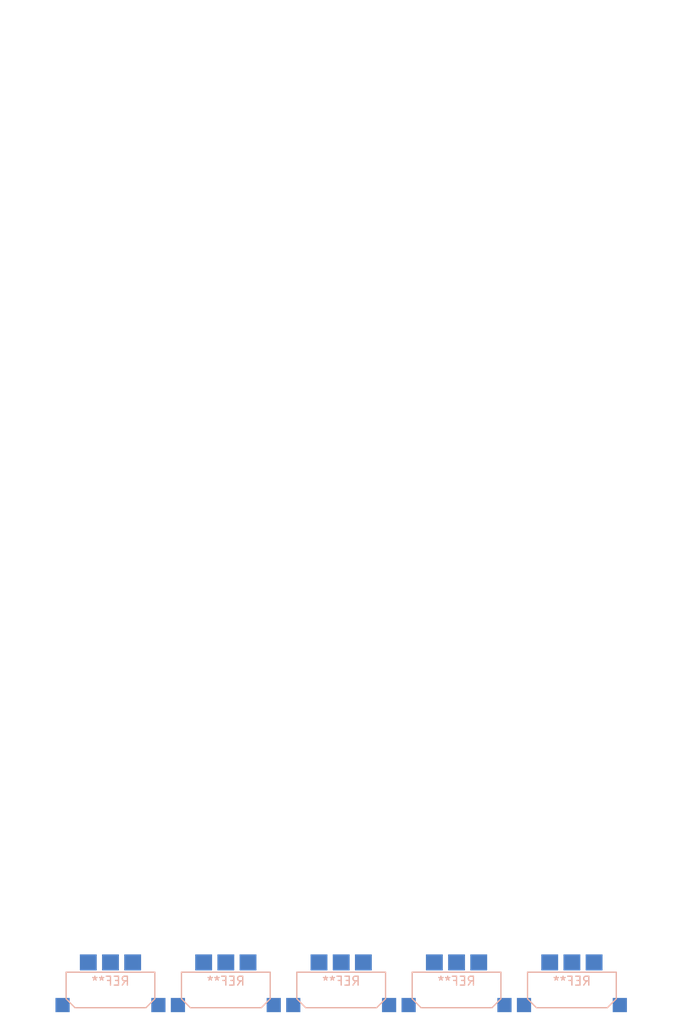
<source format=kicad_pcb>
(kicad_pcb (version 20231007) (generator pcbnew)
  (layers (0 "F.Cu" signal) (31 "B.Cu" signal) (34 "B.Paste" user) (35 "F.Paste" user) (36 "B.SilkS" user "B.Silkscreen") (37 "F.SilkS" user "F.Silkscreen") (38 "B.Mask" user) (39 "F.Mask" user) (44 "Edge.Cuts" user))
  (net 0 "")
  (footprint "BamboulabFootprints:TM-2022-2" (layer "B.Cu") (at 133 146.875)
    (property "Reference" "REF**" (at 0 3 0) (layer "B.SilkS") (effects (justify mirror)))
    (property "Value" "TM-2022-2")
    (fp_line (start -5 2) (end -5 5) (stroke (width 0.15)) (layer "B.SilkS"))
    (fp_line (start -5 2) (end 5 2) (stroke (width 0.15)) (layer "B.SilkS"))
    (fp_line (start -5 5) (end -4 6) (stroke (width 0.15)) (layer "B.SilkS"))
    (fp_line (start -4 6) (end 4 6) (stroke (width 0.15)) (layer "B.SilkS"))
    (fp_line (start 4 6) (end 5 5) (stroke (width 0.15)) (layer "B.SilkS"))
    (fp_line (start 5 5) (end 5 2) (stroke (width 0.15)) (layer "B.SilkS"))
    (pad "" np_thru_hole circle (at -2.5 4.7) (size 1.1 1.1) (drill 1.1) (layers "*.Cu" "*.Mask"))
    (pad "" np_thru_hole circle (at 2.5 4.7) (size 1.1 1.1) (drill 1.1) (layers "*.Cu" "*.Mask"))
    (pad "1" smd rect (at -5.4 5.7) (size 1.6 1.6) (layers "B.Cu" "B.Paste" "B.Mask"))
    (pad "1" smd rect (at 5.4 5.7) (size 1.6 1.6) (layers "B.Cu" "B.Paste" "B.Mask"))
    (pad "2" smd rect (at -2.5 0.9) (size 1.9 1.8) (layers "B.Cu" "B.Paste" "B.Mask"))
    (pad "3" smd rect (at 0 0.9) (size 1.9 1.8) (layers "B.Cu" "B.Paste" "B.Mask"))
    (pad "4" smd rect (at 2.5 0.9) (size 1.9 1.8) (layers "B.Cu" "B.Paste" "B.Mask"))
  )
  (footprint "BamboulabFootprints:TM-2022-2" (layer "B.Cu") (at 146 146.875)
    (property "Reference" "REF**" (at 0 3 0) (layer "B.SilkS") (effects (justify mirror)))
    (property "Value" "TM-2022-2")
    (fp_line (start -5 2) (end -5 5) (stroke (width 0.15)) (layer "B.SilkS"))
    (fp_line (start -5 2) (end 5 2) (stroke (width 0.15)) (layer "B.SilkS"))
    (fp_line (start -5 5) (end -4 6) (stroke (width 0.15)) (layer "B.SilkS"))
    (fp_line (start -4 6) (end 4 6) (stroke (width 0.15)) (layer "B.SilkS"))
    (fp_line (start 4 6) (end 5 5) (stroke (width 0.15)) (layer "B.SilkS"))
    (fp_line (start 5 5) (end 5 2) (stroke (width 0.15)) (layer "B.SilkS"))
    (pad "" np_thru_hole circle (at -2.5 4.7) (size 1.1 1.1) (drill 1.1) (layers "*.Cu" "*.Mask"))
    (pad "" np_thru_hole circle (at 2.5 4.7) (size 1.1 1.1) (drill 1.1) (layers "*.Cu" "*.Mask"))
    (pad "1" smd rect (at -5.4 5.7) (size 1.6 1.6) (layers "B.Cu" "B.Paste" "B.Mask"))
    (pad "1" smd rect (at 5.4 5.7) (size 1.6 1.6) (layers "B.Cu" "B.Paste" "B.Mask"))
    (pad "2" smd rect (at -2.5 0.9) (size 1.9 1.8) (layers "B.Cu" "B.Paste" "B.Mask"))
    (pad "3" smd rect (at 0 0.9) (size 1.9 1.8) (layers "B.Cu" "B.Paste" "B.Mask"))
    (pad "4" smd rect (at 2.5 0.9) (size 1.9 1.8) (layers "B.Cu" "B.Paste" "B.Mask"))
  )
  (footprint "BamboulabFootprints:TM-2022-2" (layer "B.Cu") (at 107 146.875)
    (property "Reference" "REF**" (at 0 3 0) (layer "B.SilkS") (effects (justify mirror)))
    (property "Value" "TM-2022-2")
    (fp_line (start -5 2) (end -5 5) (stroke (width 0.15)) (layer "B.SilkS"))
    (fp_line (start -5 2) (end 5 2) (stroke (width 0.15)) (layer "B.SilkS"))
    (fp_line (start -5 5) (end -4 6) (stroke (width 0.15)) (layer "B.SilkS"))
    (fp_line (start -4 6) (end 4 6) (stroke (width 0.15)) (layer "B.SilkS"))
    (fp_line (start 4 6) (end 5 5) (stroke (width 0.15)) (layer "B.SilkS"))
    (fp_line (start 5 5) (end 5 2) (stroke (width 0.15)) (layer "B.SilkS"))
    (pad "" np_thru_hole circle (at -2.5 4.7) (size 1.1 1.1) (drill 1.1) (layers "*.Cu" "*.Mask"))
    (pad "" np_thru_hole circle (at 2.5 4.7) (size 1.1 1.1) (drill 1.1) (layers "*.Cu" "*.Mask"))
    (pad "1" smd rect (at -5.4 5.7) (size 1.6 1.6) (layers "B.Cu" "B.Paste" "B.Mask"))
    (pad "1" smd rect (at 5.4 5.7) (size 1.6 1.6) (layers "B.Cu" "B.Paste" "B.Mask"))
    (pad "2" smd rect (at -2.5 0.9) (size 1.9 1.8) (layers "B.Cu" "B.Paste" "B.Mask"))
    (pad "3" smd rect (at 0 0.9) (size 1.9 1.8) (layers "B.Cu" "B.Paste" "B.Mask"))
    (pad "4" smd rect (at 2.5 0.9) (size 1.9 1.8) (layers "B.Cu" "B.Paste" "B.Mask"))
  )
  (footprint "BamboulabFootprints:TM-2022-2" (layer "B.Cu") (at 94 146.875)
    (property "Reference" "REF**" (at 0 3 0) (layer "B.SilkS") (effects (justify mirror)))
    (property "Value" "TM-2022-2")
    (fp_line (start -5 2) (end -5 5) (stroke (width 0.15)) (layer "B.SilkS"))
    (fp_line (start -5 2) (end 5 2) (stroke (width 0.15)) (layer "B.SilkS"))
    (fp_line (start -5 5) (end -4 6) (stroke (width 0.15)) (layer "B.SilkS"))
    (fp_line (start -4 6) (end 4 6) (stroke (width 0.15)) (layer "B.SilkS"))
    (fp_line (start 4 6) (end 5 5) (stroke (width 0.15)) (layer "B.SilkS"))
    (fp_line (start 5 5) (end 5 2) (stroke (width 0.15)) (layer "B.SilkS"))
    (pad "" np_thru_hole circle (at -2.5 4.7) (size 1.1 1.1) (drill 1.1) (layers "*.Cu" "*.Mask"))
    (pad "" np_thru_hole circle (at 2.5 4.7) (size 1.1 1.1) (drill 1.1) (layers "*.Cu" "*.Mask"))
    (pad "1" smd rect (at -5.4 5.7) (size 1.6 1.6) (layers "B.Cu" "B.Paste" "B.Mask"))
    (pad "1" smd rect (at 5.4 5.7) (size 1.6 1.6) (layers "B.Cu" "B.Paste" "B.Mask"))
    (pad "2" smd rect (at -2.5 0.9) (size 1.9 1.8) (layers "B.Cu" "B.Paste" "B.Mask"))
    (pad "3" smd rect (at 0 0.9) (size 1.9 1.8) (layers "B.Cu" "B.Paste" "B.Mask"))
    (pad "4" smd rect (at 2.5 0.9) (size 1.9 1.8) (layers "B.Cu" "B.Paste" "B.Mask"))
  )
  (footprint "BamboulabFootprints:TM-2022-2" (layer "B.Cu") (at 120 146.875)
    (property "Reference" "REF**" (at 0 3 0) (layer "B.SilkS") (effects (justify mirror)))
    (property "Value" "TM-2022-2")
    (fp_line (start -5 2) (end -5 5) (stroke (width 0.15)) (layer "B.SilkS"))
    (fp_line (start -5 2) (end 5 2) (stroke (width 0.15)) (layer "B.SilkS"))
    (fp_line (start -5 5) (end -4 6) (stroke (width 0.15)) (layer "B.SilkS"))
    (fp_line (start -4 6) (end 4 6) (stroke (width 0.15)) (layer "B.SilkS"))
    (fp_line (start 4 6) (end 5 5) (stroke (width 0.15)) (layer "B.SilkS"))
    (fp_line (start 5 5) (end 5 2) (stroke (width 0.15)) (layer "B.SilkS"))
    (pad "" np_thru_hole circle (at -2.5 4.7) (size 1.1 1.1) (drill 1.1) (layers "*.Cu" "*.Mask"))
    (pad "" np_thru_hole circle (at 2.5 4.7) (size 1.1 1.1) (drill 1.1) (layers "*.Cu" "*.Mask"))
    (pad "1" smd rect (at -5.4 5.7) (size 1.6 1.6) (layers "B.Cu" "B.Paste" "B.Mask"))
    (pad "1" smd rect (at 5.4 5.7) (size 1.6 1.6) (layers "B.Cu" "B.Paste" "B.Mask"))
    (pad "2" smd rect (at -2.5 0.9) (size 1.9 1.8) (layers "B.Cu" "B.Paste" "B.Mask"))
    (pad "3" smd rect (at 0 0.9) (size 1.9 1.8) (layers "B.Cu" "B.Paste" "B.Mask"))
    (pad "4" smd rect (at 2.5 0.9) (size 1.9 1.8) (layers "B.Cu" "B.Paste" "B.Mask"))
  )
)
</source>
